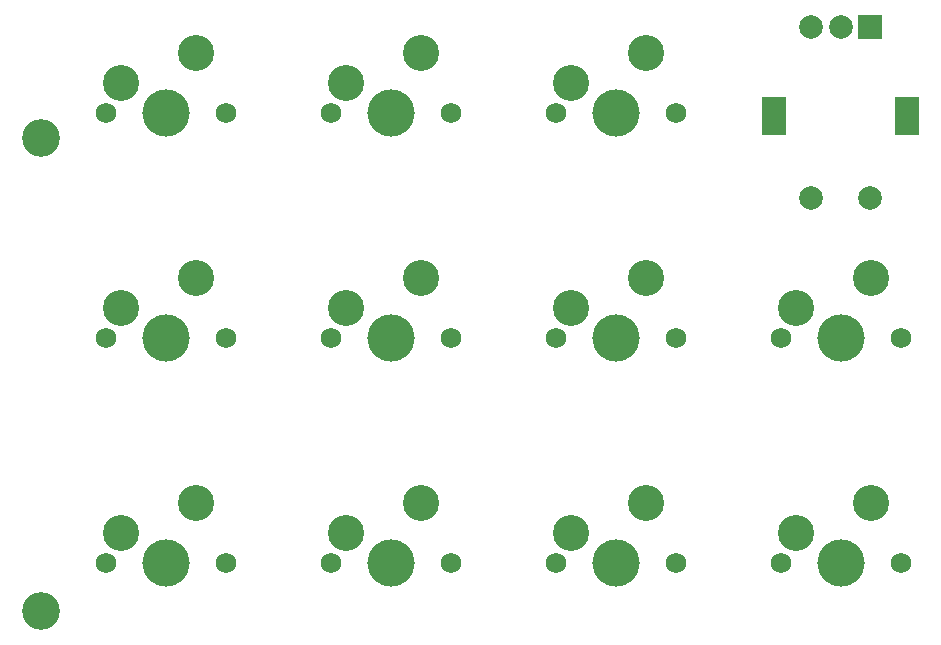
<source format=gbr>
G04 #@! TF.GenerationSoftware,KiCad,Pcbnew,8.0.6*
G04 #@! TF.CreationDate,2024-11-16T10:54:58+01:00*
G04 #@! TF.ProjectId,SwitchPCB,53776974-6368-4504-9342-2e6b69636164,rev?*
G04 #@! TF.SameCoordinates,Original*
G04 #@! TF.FileFunction,Soldermask,Top*
G04 #@! TF.FilePolarity,Negative*
%FSLAX46Y46*%
G04 Gerber Fmt 4.6, Leading zero omitted, Abs format (unit mm)*
G04 Created by KiCad (PCBNEW 8.0.6) date 2024-11-16 10:54:58*
%MOMM*%
%LPD*%
G01*
G04 APERTURE LIST*
%ADD10C,1.750000*%
%ADD11C,3.050000*%
%ADD12C,4.000000*%
%ADD13R,2.000000X2.000000*%
%ADD14C,2.000000*%
%ADD15R,2.000000X3.200000*%
%ADD16C,3.200000*%
G04 APERTURE END LIST*
D10*
G04 #@! TO.C,SW9*
X148690000Y-98925000D03*
D11*
X149960000Y-96385000D03*
D12*
X153770000Y-98925000D03*
D11*
X156310000Y-93845000D03*
D10*
X158850000Y-98925000D03*
G04 #@! TD*
G04 #@! TO.C,SW11*
X186790000Y-98925000D03*
D11*
X188060000Y-96385000D03*
D12*
X191870000Y-98925000D03*
D11*
X194410000Y-93845000D03*
D10*
X196950000Y-98925000D03*
G04 #@! TD*
G04 #@! TO.C,SW4*
X129640000Y-79875000D03*
D11*
X130910000Y-77335000D03*
D12*
X134720000Y-79875000D03*
D11*
X137260000Y-74795000D03*
D10*
X139800000Y-79875000D03*
G04 #@! TD*
G04 #@! TO.C,SW6*
X167740000Y-79875000D03*
D11*
X169010000Y-77335000D03*
D12*
X172820000Y-79875000D03*
D11*
X175360000Y-74795000D03*
D10*
X177900000Y-79875000D03*
G04 #@! TD*
G04 #@! TO.C,SW5*
X148690000Y-79875000D03*
D11*
X149960000Y-77335000D03*
D12*
X153770000Y-79875000D03*
D11*
X156310000Y-74795000D03*
D10*
X158850000Y-79875000D03*
G04 #@! TD*
G04 #@! TO.C,SW8*
X129640000Y-98925000D03*
D11*
X130910000Y-96385000D03*
D12*
X134720000Y-98925000D03*
D11*
X137260000Y-93845000D03*
D10*
X139800000Y-98925000D03*
G04 #@! TD*
G04 #@! TO.C,SW7*
X186790000Y-79875000D03*
D11*
X188060000Y-77335000D03*
D12*
X191870000Y-79875000D03*
D11*
X194410000Y-74795000D03*
D10*
X196950000Y-79875000D03*
G04 #@! TD*
G04 #@! TO.C,SW10*
X167740000Y-98925000D03*
D11*
X169010000Y-96385000D03*
D12*
X172820000Y-98925000D03*
D11*
X175360000Y-93845000D03*
D10*
X177900000Y-98925000D03*
G04 #@! TD*
G04 #@! TO.C,SW3*
X167740000Y-60825000D03*
D11*
X169010000Y-58285000D03*
D12*
X172820000Y-60825000D03*
D11*
X175360000Y-55745000D03*
D10*
X177900000Y-60825000D03*
G04 #@! TD*
G04 #@! TO.C,SW1*
X129640000Y-60825000D03*
D11*
X130910000Y-58285000D03*
D12*
X134720000Y-60825000D03*
D11*
X137260000Y-55745000D03*
D10*
X139800000Y-60825000D03*
G04 #@! TD*
G04 #@! TO.C,SW2*
X148690000Y-60825000D03*
D11*
X149960000Y-58285000D03*
D12*
X153770000Y-60825000D03*
D11*
X156310000Y-55745000D03*
D10*
X158850000Y-60825000D03*
G04 #@! TD*
D13*
G04 #@! TO.C,ROT1*
X194370000Y-53575000D03*
D14*
X189370000Y-53575000D03*
X191870000Y-53575000D03*
D15*
X197470000Y-61075000D03*
X186270000Y-61075000D03*
D14*
X189370000Y-68075000D03*
X194370000Y-68075000D03*
G04 #@! TD*
D16*
G04 #@! TO.C,REF\u002A\u002A*
X124200000Y-103000000D03*
G04 #@! TD*
G04 #@! TO.C,REF\u002A\u002A*
X124200000Y-63000000D03*
G04 #@! TD*
M02*

</source>
